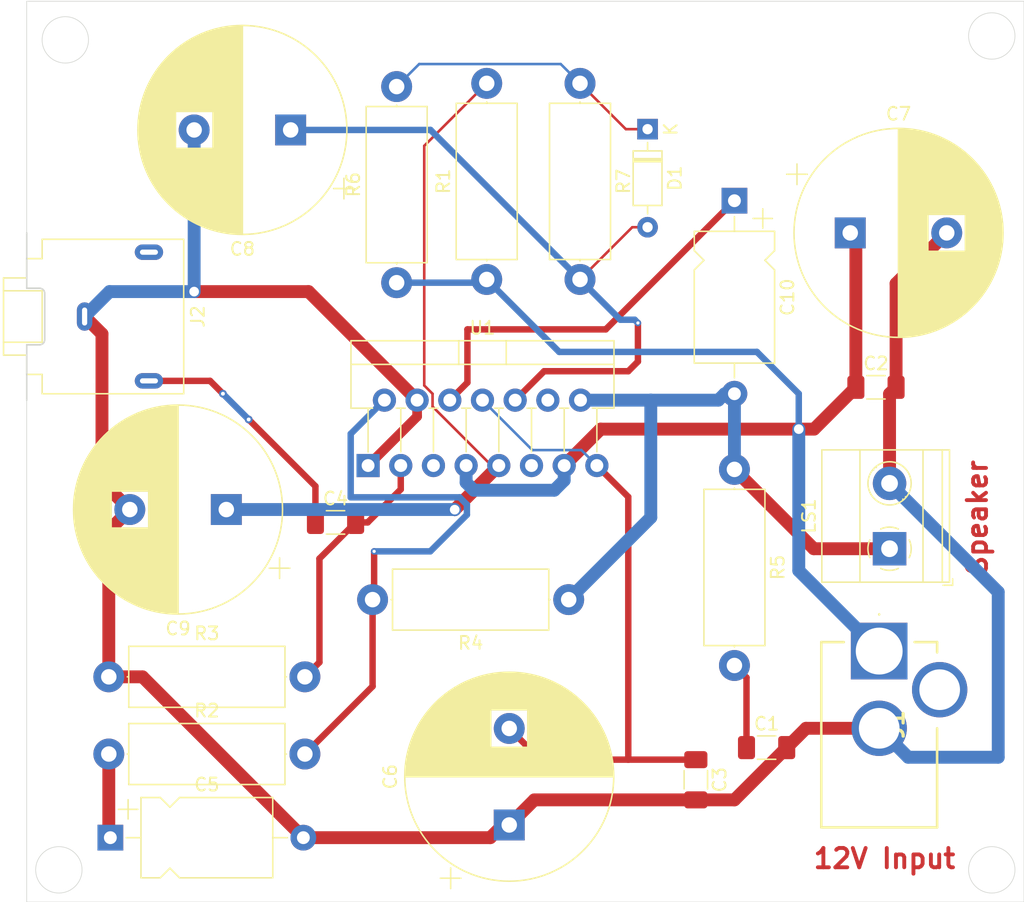
<source format=kicad_pcb>
(kicad_pcb (version 20240108) (generator "pcbnew") (generator_version "8.0")
  (layers (0 "F.Cu" signal) (31 "B.Cu" signal) (34 "B.Paste" user) (35 "F.Paste" user) (36 "B.SilkS" user "B.Silkscreen") (37 "F.SilkS" user "F.Silkscreen") (38 "B.Mask" user) (39 "F.Mask" user) (44 "Edge.Cuts" user))
  (net 0 "")
  (net 1 "GND")
  (net 2 "Net-(C1-Pad1)")
  (net 3 "Net-(J1-Ext)")
  (net 4 "Net-(C4-Pad1)")
  (net 5 "Net-(U1-+)")
  (net 6 "Net-(J1-In)")
  (net 7 "Net-(C5-Pad1)")
  (net 8 "Net-(D1-A)")
  (net 9 "Net-(U1-STBY)")
  (net 10 "Net-(C10-Pad2)")
  (net 11 "Net-(U1-BOOT)")
  (net 12 "Net-(D1-K)")
  (net 13 "Net-(U1--)")
  (footprint "Resistor_THT:R_Axial_DIN0414_L11.9mm_D4.5mm_P15.24mm_Horizontal" (layer "F.Cu") (at 113.75 80.87 90)
    (property "Reference" "R6" (at 7.62 -3.37 -90) (layer "F.SilkS"))
    (property "Value" "10k")
    (pad "1" thru_hole circle (at 0 0 90) (size 2.4 2.4) (drill 1.2) (layers "*.Cu" "*.Mask") (net 6 "Net-(J1-In)"))
    (pad "2" thru_hole oval (at 15.24 0 90) (size 2.4 2.4) (drill 1.2) (layers "*.Cu" "*.Mask") (net 12 "Net-(D1-K)"))
  )
  (footprint "Resistor_THT:R_Axial_DIN0414_L11.9mm_D4.5mm_P15.24mm_Horizontal" (layer "F.Cu") (at 120.75 80.62 90)
    (property "Reference" "R1" (at 7.62 -3.37 -90) (layer "F.SilkS"))
    (property "Value" "22k")
    (pad "1" thru_hole circle (at 0 0 90) (size 2.4 2.4) (drill 1.2) (layers "*.Cu" "*.Mask") (net 6 "Net-(J1-In)"))
    (pad "2" thru_hole oval (at 15.24 0 90) (size 2.4 2.4) (drill 1.2) (layers "*.Cu" "*.Mask") (net 9 "Net-(U1-STBY)"))
  )
  (footprint "Resistor_THT:R_Axial_DIN0414_L11.9mm_D4.5mm_P15.24mm_Horizontal" (layer "F.Cu") (at 140 95.38 -90)
    (property "Reference" "R5" (at 7.62 -3.37 90) (layer "F.SilkS"))
    (property "Value" "R2.2")
    (pad "1" thru_hole circle (at 0 0 270) (size 2.4 2.4) (drill 1.2) (layers "*.Cu" "*.Mask") (net 10 "Net-(C10-Pad2)"))
    (pad "2" thru_hole oval (at 15.24 0 270) (size 2.4 2.4) (drill 1.2) (layers "*.Cu" "*.Mask") (net 2 "Net-(C1-Pad1)"))
  )
  (footprint "Connector_Audio:Jack_3.5mm_CUI_SJ1-3523N_Horizontal" (layer "F.Cu") (at 89.5 83.5 -90)
    (property "Reference" "J2" (at 0 -8.8 90) (layer "F.SilkS"))
    (property "Value" "AudioJack3")
    (fp_line (start -2.2 4.5) (end -6.5 4.5) (stroke (width 0.12)) (layer "Edge.Cuts"))
    (fp_line (start 2.2 4.5) (end 6.5 4.5) (stroke (width 0.12)) (layer "Edge.Cuts"))
    (fp_line (start -2.2 3.5) (end -2.2 4.5) (stroke (width 0.12)) (layer "Edge.Cuts"))
    (fp_line (start 2.2 3.5) (end 2.2 4.5) (stroke (width 0.12)) (layer "Edge.Cuts"))
    (fp_line (start 1.8 3.1) (end -1.8 3.1) (stroke (width 0.12)) (layer "Edge.Cuts"))
    (fp_arc (start -2.2 3.5) (mid -2.082842 3.217158) (end -1.8 3.1) (stroke (width 0.12)) (layer "Edge.Cuts"))
    (fp_arc (start 1.8 3.1) (mid 2.082843 3.217157) (end 2.2 3.5) (stroke (width 0.12)) (layer "Edge.Cuts"))
    (pad "" np_thru_hole circle (at -5 0 270) (size 1.2 1.2) (drill 1.2) (layers "F&B.Cu" "*.Mask"))
    (pad "" np_thru_hole circle (at -5 2.5 270) (size 1.2 1.2) (drill 1.2) (layers "F&B.Cu" "*.Mask"))
    (pad "" np_thru_hole circle (at 0 -5 270) (size 1.2 1.2) (drill 1.2) (layers "F&B.Cu" "*.Mask"))
    (pad "" np_thru_hole circle (at 5 0 270) (size 1.2 1.2) (drill 1.2) (layers "F&B.Cu" "*.Mask"))
    (pad "" np_thru_hole circle (at 5 2.5 270) (size 1.2 1.2) (drill 1.2) (layers "F&B.Cu" "*.Mask"))
    (pad "R" thru_hole oval (at -5 -5 270) (size 1.2 2.2) (drill oval 0.4 1.4) (layers "*.Cu" "*.Mask") (net 4 "Net-(C4-Pad1)"))
    (pad "S" thru_hole oval (at 0 0 270) (size 2.2 1.2) (drill oval 1.4 0.4) (layers "*.Cu" "*.Mask") (net 1 "GND"))
    (pad "T" thru_hole oval (at 5 -5 90) (size 1.2 2.2) (drill oval 0.4 1.4) (layers "*.Cu" "*.Mask") (net 4 "Net-(C4-Pad1)"))
  )
  (footprint "Capacitor_THT:CP_Radial_D16.0mm_P7.50mm" (layer "F.Cu") (at 149 77)
    (property "Reference" "C7" (at 3.75 -9.25 0) (layer "F.SilkS"))
    (property "Value" "1000µ")
    (pad "1" thru_hole rect (at 0 0) (size 2.4 2.4) (drill 1.2) (layers "*.Cu" "*.Mask") (net 6 "Net-(J1-In)"))
    (pad "2" thru_hole circle (at 7.5 0) (size 2.4 2.4) (drill 1.2) (layers "*.Cu" "*.Mask") (net 1 "GND"))
  )
  (footprint "Diode_THT:D_DO-35_SOD27_P7.62mm_Horizontal" (layer "F.Cu") (at 133.25 68.94 -90)
    (property "Reference" "D1" (at 3.81 -2.12 90) (layer "F.SilkS"))
    (property "Value" "1N4148")
    (fp_text user "K" (at 0 -1.8 90) (layer "F.SilkS"))
    (pad "1" thru_hole rect (at 0 0 270) (size 1.6 1.6) (drill 0.8) (layers "*.Cu" "*.Mask") (net 12 "Net-(D1-K)"))
    (pad "2" thru_hole oval (at 7.62 0 270) (size 1.6 1.6) (drill 0.8) (layers "*.Cu" "*.Mask") (net 8 "Net-(D1-A)"))
  )
  (footprint "Capacitor_SMD:C_1206_3216Metric_Pad1.33x1.80mm_HandSolder" (layer "F.Cu") (at 142.5 117)
    (property "Reference" "C1" (at 0 -1.85 0) (layer "F.SilkS"))
    (property "Value" "100N" (hide yes))
    (pad "1" smd roundrect (at -1.5625 0) (size 1.325 1.8) (layers "F.Cu" "F.Paste" "F.Mask") (roundrect_rratio 0.188679) (net 2 "Net-(C1-Pad1)"))
    (pad "2" smd roundrect (at 1.5625 0) (size 1.325 1.8) (layers "F.Cu" "F.Paste" "F.Mask") (roundrect_rratio 0.188679) (net 1 "GND"))
  )
  (footprint "Capacitor_THT:CP_Radial_D16.0mm_P7.50mm" (layer "F.Cu") (at 100.512755 98.5 180)
    (property "Reference" "C9" (at 3.75 -9.25 180) (layer "F.SilkS"))
    (property "Value" "10µ")
    (pad "1" thru_hole rect (at 0 0 180) (size 2.4 2.4) (drill 1.2) (layers "*.Cu" "*.Mask") (net 9 "Net-(U1-STBY)"))
    (pad "2" thru_hole circle (at 7.5 0 180) (size 2.4 2.4) (drill 1.2) (layers "*.Cu" "*.Mask") (net 1 "GND"))
  )
  (footprint "Capacitor_THT:CP_Radial_D16.0mm_P7.50mm" (layer "F.Cu") (at 122.5 123.012755 90)
    (property "Reference" "C6" (at 3.75 -9.25 -90) (layer "F.SilkS"))
    (property "Value" "1000µ")
    (pad "1" thru_hole rect (at 0 0 90) (size 2.4 2.4) (drill 1.2) (layers "*.Cu" "*.Mask") (net 1 "GND"))
    (pad "2" thru_hole circle (at 7.5 0 90) (size 2.4 2.4) (drill 1.2) (layers "*.Cu" "*.Mask") (net 3 "Net-(J1-Ext)"))
  )
  (footprint "Capacitor_SMD:C_1206_3216Metric_Pad1.33x1.80mm_HandSolder" (layer "F.Cu") (at 151 89)
    (property "Reference" "C2" (at 0 -1.85 0) (layer "F.SilkS"))
    (property "Value" "100N")
    (pad "1" smd roundrect (at -1.5625 0) (size 1.325 1.8) (layers "F.Cu" "F.Paste" "F.Mask") (roundrect_rratio 0.188679) (net 6 "Net-(J1-In)"))
    (pad "2" smd roundrect (at 1.5625 0) (size 1.325 1.8) (layers "F.Cu" "F.Paste" "F.Mask") (roundrect_rratio 0.188679) (net 1 "GND"))
  )
  (footprint "Capacitor_SMD:C_1206_3216Metric_Pad1.33x1.80mm_HandSolder" (layer "F.Cu") (at 137 119.5 -90)
    (property "Reference" "C3" (at 0 -1.85 90) (layer "F.SilkS"))
    (property "Value" "100N")
    (pad "1" smd roundrect (at -1.5625 0 270) (size 1.325 1.8) (layers "F.Cu" "F.Paste" "F.Mask") (roundrect_rratio 0.188679) (net 3 "Net-(J1-Ext)"))
    (pad "2" smd roundrect (at 1.5625 0 270) (size 1.325 1.8) (layers "F.Cu" "F.Paste" "F.Mask") (roundrect_rratio 0.188679) (net 1 "GND"))
  )
  (footprint "Capacitor_THT:CP_Axial_L10.0mm_D6.0mm_P15.00mm_Horizontal" (layer "F.Cu") (at 91.5 124)
    (property "Reference" "C5" (at 7.5 -4.12 0) (layer "F.SilkS"))
    (property "Value" "22µ")
    (pad "1" thru_hole rect (at 0 0) (size 2 2) (drill 1) (layers "*.Cu" "*.Mask") (net 7 "Net-(C5-Pad1)"))
    (pad "2" thru_hole oval (at 15 0) (size 2 2) (drill 1) (layers "*.Cu" "*.Mask") (net 1 "GND"))
  )
  (footprint "Package_TO_SOT_THT:TO-220-15_P2.54x2.54mm_StaggerOdd_Lead4.58mm_Vertical" (layer "F.Cu") (at 111.53 95.08)
    (property "Reference" "U1" (at 8.89 -10.7 0) (layer "F.SilkS"))
    (property "Value" "TDA7294")
    (pad "1" thru_hole rect (at 0 0) (size 1.8 1.8) (drill 1) (layers "*.Cu" "*.Mask") (net 1 "GND"))
    (pad "2" thru_hole oval (at 1.27 -5.08) (size 1.8 1.8) (drill 1) (layers "*.Cu" "*.Mask") (net 13 "Net-(U1--)"))
    (pad "3" thru_hole oval (at 2.54 0) (size 1.8 1.8) (drill 1) (layers "*.Cu" "*.Mask") (net 5 "Net-(U1-+)"))
    (pad "4" thru_hole oval (at 3.81 -5.08) (size 1.8 1.8) (drill 1) (layers "*.Cu" "*.Mask") (net 1 "GND"))
    (pad "5" thru_hole oval (at 5.08 0) (size 1.8 1.8) (drill 1) (layers "*.Cu" "*.Mask"))
    (pad "6" thru_hole oval (at 6.35 -5.08) (size 1.8 1.8) (drill 1) (layers "*.Cu" "*.Mask") (net 11 "Net-(U1-BOOT)"))
    (pad "7" thru_hole oval (at 7.62 0) (size 1.8 1.8) (drill 1) (layers "*.Cu" "*.Mask") (net 6 "Net-(J1-In)"))
    (pad "8" thru_hole oval (at 8.89 -5.08) (size 1.8 1.8) (drill 1) (layers "*.Cu" "*.Mask") (net 3 "Net-(J1-Ext)"))
    (pad "9" thru_hole oval (at 10.16 0) (size 1.8 1.8) (drill 1) (layers "*.Cu" "*.Mask") (net 9 "Net-(U1-STBY)"))
    (pad "10" thru_hole oval (at 11.43 -5.08) (size 1.8 1.8) (drill 1) (layers "*.Cu" "*.Mask") (net 8 "Net-(D1-A)"))
    (pad "11" thru_hole oval (at 12.7 0) (size 1.8 1.8) (drill 1) (layers "*.Cu" "*.Mask"))
    (pad "12" thru_hole oval (at 13.97 -5.08) (size 1.8 1.8) (drill 1) (layers "*.Cu" "*.Mask"))
    (pad "13" thru_hole oval (at 15.24 0) (size 1.8 1.8) (drill 1) (layers "*.Cu" "*.Mask") (net 6 "Net-(J1-In)"))
    (pad "14" thru_hole oval (at 16.51 -5.08) (size 1.8 1.8) (drill 1) (layers "*.Cu" "*.Mask") (net 10 "Net-(C10-Pad2)"))
    (pad "15" thru_hole oval (at 17.78 0) (size 1.8 1.8) (drill 1) (layers "*.Cu" "*.Mask") (net 3 "Net-(J1-Ext)"))
  )
  (footprint "Resistor_THT:R_Axial_DIN0414_L11.9mm_D4.5mm_P15.24mm_Horizontal" (layer "F.Cu") (at 128 65.38 -90)
    (property "Reference" "R7" (at 7.62 -3.37 90) (layer "F.SilkS"))
    (property "Value" "33k")
    (pad "1" thru_hole circle (at 0 0 270) (size 2.4 2.4) (drill 1.2) (layers "*.Cu" "*.Mask") (net 12 "Net-(D1-K)"))
    (pad "2" thru_hole oval (at 15.24 0 270) (size 2.4 2.4) (drill 1.2) (layers "*.Cu" "*.Mask") (net 8 "Net-(D1-A)"))
  )
  (footprint "Resistor_THT:R_Axial_DIN0414_L11.9mm_D4.5mm_P15.24mm_Horizontal" (layer "F.Cu") (at 91.38 111.5)
    (property "Reference" "R3" (at 7.62 -3.37 0) (layer "F.SilkS"))
    (property "Value" "22k")
    (pad "1" thru_hole circle (at 0 0) (size 2.4 2.4) (drill 1.2) (layers "*.Cu" "*.Mask") (net 1 "GND"))
    (pad "2" thru_hole oval (at 15.24 0) (size 2.4 2.4) (drill 1.2) (layers "*.Cu" "*.Mask") (net 5 "Net-(U1-+)"))
  )
  (footprint "Capacitor_SMD:C_1206_3216Metric_Pad1.33x1.80mm_HandSolder" (layer "F.Cu") (at 109 99.5)
    (property "Reference" "C4" (at 0 -1.85 360) (layer "F.SilkS"))
    (property "Value" "470N")
    (pad "1" smd roundrect (at -1.5625 0) (size 1.325 1.8) (layers "F.Cu" "F.Paste" "F.Mask") (roundrect_rratio 0.188679) (net 4 "Net-(C4-Pad1)"))
    (pad "2" smd roundrect (at 1.5625 0) (size 1.325 1.8) (layers "F.Cu" "F.Paste" "F.Mask") (roundrect_rratio 0.188679) (net 5 "Net-(U1-+)"))
  )
  (footprint "KiCad:PJ202AH" (layer "F.Cu") (at 151.25 109.5 -90)
    (property "Reference" "J1" (at 5.7 -1.285 90) (layer "F.SilkS") (effects (font (size 1.27 1.27) (thickness 0.254))))
    (property "Value" "Conn_Coaxial_Power" (hide yes))
    (pad "1" thru_hole rect (at 0 0 270) (size 4.4 4.4) (drill 3.64) (layers "*.Cu" "*.Mask") (net 6 "Net-(J1-In)"))
    (pad "2" thru_hole circle (at 6 0 270) (size 4.3 4.3) (drill 3.16) (layers "*.Cu" "*.Mask") (net 1 "GND"))
    (pad "3" thru_hole circle (at 3 -4.7 270) (size 4.3 4.3) (drill 3.16) (layers "*.Cu" "*.Mask"))
  )
  (footprint "Capacitor_THT:CP_Radial_D16.0mm_P7.50mm" (layer "F.Cu") (at 105.512755 69 180)
    (property "Reference" "C8" (at 3.75 -9.25 180) (layer "F.SilkS"))
    (property "Value" "10µ")
    (pad "1" thru_hole rect (at 0 0 180) (size 2.4 2.4) (drill 1.2) (layers "*.Cu" "*.Mask") (net 8 "Net-(D1-A)"))
    (pad "2" thru_hole circle (at 7.5 0 180) (size 2.4 2.4) (drill 1.2) (layers "*.Cu" "*.Mask") (net 1 "GND"))
  )
  (footprint "TerminalBlock_Phoenix:TerminalBlock_Phoenix_MKDS-1,5-2-5.08_1x02_P5.08mm_Horizontal" (layer "F.Cu") (at 152.055 101.545 90)
    (property "Reference" "LS1" (at 2.54 -6.26 -90) (layer "F.SilkS"))
    (property "Value" "Speaker")
    (pad "1" thru_hole rect (at 0 0 90) (size 2.6 2.6) (drill 1.3) (layers "*.Cu" "*.Mask") (net 10 "Net-(C10-Pad2)"))
    (pad "2" thru_hole circle (at 5.08 0 90) (size 2.6 2.6) (drill 1.3) (layers "*.Cu" "*.Mask") (net 1 "GND"))
  )
  (footprint "Capacitor_THT:CP_Axial_L10.0mm_D6.0mm_P15.00mm_Horizontal" (layer "F.Cu") (at 140 74.5 -90)
    (property "Reference" "C10" (at 7.5 -4.12 90) (layer "F.SilkS"))
    (property "Value" "22µ")
    (pad "1" thru_hole rect (at 0 0 270) (size 2 2) (drill 1) (layers "*.Cu" "*.Mask") (net 11 "Net-(U1-BOOT)"))
    (pad "2" thru_hole oval (at 15 0 270) (size 2 2) (drill 1) (layers "*.Cu" "*.Mask") (net 10 "Net-(C10-Pad2)"))
  )
  (footprint "Resistor_THT:R_Axial_DIN0414_L11.9mm_D4.5mm_P15.24mm_Horizontal" (layer "F.Cu") (at 127.12 105.5 180)
    (property "Reference" "R4" (at 7.62 -3.37 180) (layer "F.SilkS"))
    (property "Value" "22k")
    (pad "1" thru_hole circle (at 0 0 180) (size 2.4 2.4) (drill 1.2) (layers "*.Cu" "*.Mask") (net 10 "Net-(C10-Pad2)"))
    (pad "2" thru_hole oval (at 15.24 0 180) (size 2.4 2.4) (drill 1.2) (layers "*.Cu" "*.Mask") (net 13 "Net-(U1--)"))
  )
  (footprint "Resistor_THT:R_Axial_DIN0414_L11.9mm_D4.5mm_P15.24mm_Horizontal" (layer "F.Cu") (at 91.38 117.5)
    (property "Reference" "R2" (at 7.62 -3.37 0) (layer "F.SilkS"))
    (property "Value" "R680")
    (pad "1" thru_hole circle (at 0 0) (size 2.4 2.4) (drill 1.2) (layers "*.Cu" "*.Mask") (net 7 "Net-(C5-Pad1)"))
    (pad "2" thru_hole oval (at 15.24 0) (size 2.4 2.4) (drill 1.2) (layers "*.Cu" "*.Mask") (net 13 "Net-(U1--)"))
  )
  (gr_line (start 162.5 59) (end 162.5 129) (stroke (width 0.05)) (layer "Edge.Cuts"))
  (gr_circle (center 88 62) (end 86.5 63) (stroke (width 0.05)) (fill none) (layer "Edge.Cuts"))
  (gr_circle (center 160 126.5) (end 158.5 127.5) (stroke (width 0.05)) (fill none) (layer "Edge.Cuts"))
  (gr_line (start 85 129) (end 85 90) (stroke (width 0.05)) (layer "Edge.Cuts"))
  (gr_line (start 85 59) (end 162.5 59) (stroke (width 0.05)) (layer "Edge.Cuts"))
  (gr_line (start 162.5 129) (end 85 129) (stroke (width 0.05)) (layer "Edge.Cuts"))
  (gr_circle (center 160 61.697225) (end 158.5 62.697225) (stroke (width 0.05)) (fill none) (layer "Edge.Cuts"))
  (gr_line (start 85 77) (end 85 59) (stroke (width 0.05)) (layer "Edge.Cuts"))
  (gr_circle (center 87.5 126.5) (end 86 127.5) (stroke (width 0.05)) (fill none) (layer "Edge.Cuts"))
  (gr_text "Speaker" (at 159.75 103.75 90) (layer "F.Cu") (effects (font (size 1.5 1.5) (thickness 0.3) (bold yes)) (justify left bottom)))
  (gr_text "12V Input" (at 146 126.5 0) (layer "F.Cu") (effects (font (size 1.5 1.5) (thickness 0.3) (bold yes)) (justify left bottom)))
  (segment (start 106.902755 81.562755) (end 98.012755 81.562755) (width 1) (layer "F.Cu") (net 1))
  (segment (start 121.02551 124) (end 106.5 124) (width 1) (layer "F.Cu") (net 1))
  (segment (start 115.34 91.27) (end 111.53 95.08) (width 0.75) (layer "F.Cu") (net 1))
  (segment (start 140 121.0625) (end 144.0625 117) (width 1) (layer "F.Cu") (net 1))
  (segment (start 152.5625 89) (end 152.5625 80.9375) (width 1) (layer "F.Cu") (net 1))
  (segment (start 106.5 124) (end 94 111.5) (width 1) (layer "F.Cu") (net 1))
  (segment (start 115.34 90) (end 115.34 91.27) (width 0.75) (layer "F.Cu") (net 1))
  (segment (start 90.85 84.85) (end 90.85 96.337245) (width 1) (layer "F.Cu") (net 1))
  (segment (start 152.055 96.465) (end 152.055 89.5075) (width 1) (layer "F.Cu") (net 1))
  (segment (start 111.11 95.5) (end 111.53 95.08) (width 0.2) (layer "F.Cu") (net 1))
  (segment (start 90.85 96.337245) (end 93.012755 98.5) (width 1) (layer "F.Cu") (net 1))
  (segment (start 89.5 83.5) (end 90.85 84.85) (width 1) (layer "F.Cu") (net 1))
  (segment (start 152.5625 80.9375) (end 156.5 77) (width 1) (layer "F.Cu") (net 1))
  (segment (start 115.34 90) (end 106.902755 81.562755) (width 1) (layer "F.Cu") (net 1))
  (segment (start 137 121.0625) (end 140 121.0625) (width 1) (layer "F.Cu") (net 1))
  (segment (start 137 121.0625) (end 124.450255 121.0625) (width 1) (layer "F.Cu") (net 1))
  (segment (start 145.5625 115.5) (end 144.0625 117) (width 1) (layer "F.Cu") (net 1))
  (segment (start 124.450255 121.0625) (end 122.5 123.012755) (width 1) (layer "F.Cu") (net 1))
  (segment (start 122.012755 123.012755) (end 121.02551 124) (width 1) (layer "F.Cu") (net 1))
  (segment (start 91.38 100.132755) (end 93.012755 98.5) (width 1) (layer "F.Cu") (net 1))
  (segment (start 91.38 111.5) (end 91.38 100.132755) (width 1) (layer "F.Cu") (net 1))
  (segment (start 122.5 123.012755) (end 122.012755 123.012755) (width 1) (layer "F.Cu") (net 1))
  (segment (start 152.055 89.5075) (end 152.5625 89) (width 1) (layer "F.Cu") (net 1))
  (segment (start 94 111.5) (end 91.38 111.5) (width 1) (layer "F.Cu") (net 1))
  (segment (start 151.25 115.5) (end 145.5625 115.5) (width 1) (layer "F.Cu") (net 1))
  (via (at 98.012755 81.562755) (size 1) (drill 0.75) (layers "F.Cu" "B.Cu") (net 1))
  (segment (start 98.012755 69) (end 98.012755 81.562755) (width 1) (layer "B.Cu") (net 1))
  (segment (start 91.437245 81.562755) (end 98.012755 81.562755) (width 1) (layer "B.Cu") (net 1))
  (segment (start 89.5 83.5) (end 91.437245 81.562755) (width 1) (layer "B.Cu") (net 1))
  (segment (start 160.5 117.75) (end 160.5 104.91) (width 1) (layer "B.Cu") (net 1))
  (segment (start 160.5 104.91) (end 152.055 96.465) (width 1) (layer "B.Cu") (net 1))
  (segment (start 151.25 115.5) (end 153.5 117.75) (width 1) (layer "B.Cu") (net 1))
  (segment (start 153.5 117.75) (end 160.5 117.75) (width 1) (layer "B.Cu") (net 1))
  (segment (start 140.9375 117) (end 140.9375 111.5575) (width 0.5) (layer "F.Cu") (net 2))
  (segment (start 140.9375 111.5575) (end 140 110.62) (width 0.5) (layer "F.Cu") (net 2))
  (segment (start 137 117.9375) (end 131.75 117.9375) (width 0.5) (layer "F.Cu") (net 3))
  (segment (start 131.75 117.9375) (end 124.924745 117.9375) (width 0.5) (layer "F.Cu") (net 3))
  (segment (start 124.924745 117.9375) (end 122.5 115.512755) (width 0.5) (layer "F.Cu") (net 3))
  (segment (start 131.75 97.52) (end 129.31 95.08) (width 0.5) (layer "F.Cu") (net 3))
  (segment (start 131.75 117.9375) (end 131.75 97.52) (width 0.5) (layer "F.Cu") (net 3))
  (segment (start 129.31 95.08) (end 128.11 93.88) (width 0.2) (layer "B.Cu") (net 3))
  (segment (start 128.11 93.88) (end 124.3 93.88) (width 0.2) (layer "B.Cu") (net 3))
  (segment (start 124.3 93.88) (end 120.42 90) (width 0.2) (layer "B.Cu") (net 3))
  (segment (start 107.4375 99.5) (end 107.4375 96.6875) (width 0.5) (layer "F.Cu") (net 4))
  (segment (start 95 88.5) (end 94.5 88.5) (width 0.25) (layer "F.Cu") (net 4))
  (segment (start 107.4375 96.6875) (end 102.25 91.5) (width 0.5) (layer "F.Cu") (net 4))
  (segment (start 100.25 89.5) (end 99.25 88.5) (width 0.5) (layer "F.Cu") (net 4))
  (segment (start 99.25 88.5) (end 94.5 88.5) (width 0.5) (layer "F.Cu") (net 4))
  (via (at 100.25 89.5) (size 0.6) (drill 0.3) (layers "F.Cu" "B.Cu") (net 4))
  (via (at 102.25 91.5) (size 0.6) (drill 0.3) (layers "F.Cu" "B.Cu") (net 4))
  (segment (start 102.25 91.5) (end 100.25 89.5) (width 0.5) (layer "B.Cu") (net 4))
  (segment (start 107.75 102.3125) (end 110.5625 99.5) (width 0.5) (layer "F.Cu") (net 5))
  (segment (start 107.75 110.37) (end 107.75 102.3125) (width 0.5) (layer "F.Cu") (net 5))
  (segment (start 114.07 96.93) (end 111.5 99.5) (width 0.5) (layer "F.Cu") (net 5))
  (segment (start 111.5 99.5) (end 110.5625 99.5) (width 0.5) (layer "F.Cu") (net 5))
  (segment (start 114.07 95.08) (end 114.07 96.93) (width 0.5) (layer "F.Cu") (net 5))
  (segment (start 107.75 110.37) (end 106.62 111.5) (width 0.5) (layer "F.Cu") (net 5))
  (segment (start 146.1875 92.25) (end 149.4375 89) (width 1) (layer "F.Cu") (net 6))
  (segment (start 129.6 92.25) (end 126.77 95.08) (width 1) (layer "F.Cu") (net 6))
  (segment (start 146.1875 92.25) (end 145 92.25) (width 1) (layer "F.Cu") (net 6))
  (segment (start 149.4375 89) (end 149.4375 77.4375) (width 1) (layer "F.Cu") (net 6))
  (segment (start 145 92.25) (end 129.6 92.25) (width 1) (layer "F.Cu") (net 6))
  (segment (start 149.4375 77.4375) (end 149 77) (width 1) (layer "F.Cu") (net 6))
  (via (at 145 92.25) (size 1) (drill 0.75) (layers "F.Cu" "B.Cu") (net 6))
  (segment (start 113.75 80.87) (end 120.5 80.87) (width 0.5) (layer "B.Cu") (net 6))
  (segment (start 120.5 80.87) (end 120.75 80.62) (width 0.5) (layer "B.Cu") (net 6))
  (segment (start 119.15 95.08) (end 119.15 96.4) (width 1) (layer "B.Cu") (net 6))
  (segment (start 145 103.25) (end 145 92.25) (width 1) (layer "B.Cu") (net 6))
  (segment (start 126.77 96.23) (end 126.77 95.08) (width 1) (layer "B.Cu") (net 6))
  (segment (start 126.38 86.25) (end 141.75 86.25) (width 0.5) (layer "B.Cu") (net 6))
  (segment (start 126 97) (end 119.75 97) (width 1) (layer "B.Cu") (net 6))
  (segment (start 141.75 86.25) (end 145 89.5) (width 0.5) (layer "B.Cu") (net 6))
  (segment (start 120.743528 81.006472) (end 120.737057 81) (width 0.2) (layer "B.Cu") (net 6))
  (segment (start 120.743528 81.006472) (end 120.607056 80.87) (width 0.2) (layer "B.Cu") (net 6))
  (segment (start 145 89.5) (end 145 92.25) (width 0.5) (layer "B.Cu") (net 6))
  (segment (start 126 97) (end 126.77 96.23) (width 1) (layer "B.Cu") (net 6))
  (segment (start 120.75 80.62) (end 126.38 86.25) (width 0.5) (layer "B.Cu") (net 6))
  (segment (start 151.25 109.5) (end 145 103.25) (width 1) (layer "B.Cu") (net 6))
  (segment (start 119.15 96.4) (end 119.75 97) (width 1) (layer "B.Cu") (net 6))
  (segment (start 91.38 117.5) (end 91.38 123.88) (width 1) (layer "F.Cu") (net 7))
  (segment (start 91.38 123.88) (end 91.5 124) (width 1) (layer "F.Cu") (net 7))
  (segment (start 91.5 124) (end 91.5 123.5) (width 0.2) (layer "B.Cu") (net 7))
  (segment (start 91.5 123.5) (end 91.38 123.38) (width 0.2) (layer "B.Cu") (net 7))
  (segment (start 132.5 87) (end 132.5 84) (width 0.5) (layer "F.Cu") (net 8))
  (segment (start 128 80.62) (end 132.06 76.56) (width 0.2) (layer "F.Cu") (net 8))
  (segment (start 131.75 87.75) (end 132.5 87) (width 0.5) (layer "F.Cu") (net 8))
  (segment (start 125.21 87.75) (end 131.75 87.75) (width 0.5) (layer "F.Cu") (net 8))
  (segment (start 122.96 90) (end 125.21 87.75) (width 0.5) (layer "F.Cu") (net 8))
  (segment (start 132.06 76.56) (end 133.25 76.56) (width 0.2) (layer "F.Cu") (net 8))
  (via (at 132.5 84) (size 0.5) (drill 0.25) (layers "F.Cu" "B.Cu") (net 8))
  (segment (start 116.38 69) (end 128 80.62) (width 0.5) (layer "B.Cu") (net 8))
  (segment (start 105.512755 69) (end 116.38 69) (width 0.5) (layer "B.Cu") (net 8))
  (segment (start 132.25 83.75) (end 131.13 83.75) (width 0.5) (layer "B.Cu") (net 8))
  (segment (start 132.5 84) (end 132.25 83.75) (width 0.5) (layer "B.Cu") (net 8))
  (segment (start 131.13 83.75) (end 128 80.62) (width 0.5) (layer "B.Cu") (net 8))
  (segment (start 115.893529 70.236471) (end 115.893529 86) (width 0.2) (layer "F.Cu") (net 9))
  (segment (start 116.54 90.497057) (end 116.54 89.502943) (width 0.2) (layer "F.Cu") (net 9))
  (segment (start 115.893529 86) (end 115.893529 88.856471) (width 0.2) (layer "F.Cu") (net 9))
  (segment (start 121.122943 95.08) (end 116.54 90.497057) (width 0.2) (layer "F.Cu") (net 9))
  (segment (start 120.75 65.38) (end 115.893529 70.236471) (width 0.2) (layer "F.Cu") (net 9))
  (segment (start 116.54 89.502943) (end 115.893529 88.856471) (width 0.2) (layer "F.Cu") (net 9))
  (segment (start 121.69 95.08) (end 121.122943 95.08) (width 0.2) (layer "F.Cu") (net 9))
  (segment (start 118.26 98.51) (end 121.69 95.08) (width 1) (layer "F.Cu") (net 9))
  (via (at 118.26 98.51) (size 1) (drill 0.75) (layers "F.Cu" "B.Cu") (net 9))
  (segment (start 118.25 98.5) (end 118.26 98.51) (width 1) (layer "B.Cu") (net 9))
  (segment (start 100.512755 98.5) (end 118.25 98.5) (width 1) (layer "B.Cu") (net 9))
  (segment (start 146.165 101.545) (end 140 95.38) (width 1) (layer "F.Cu") (net 10))
  (segment (start 152.055 101.545) (end 146.165 101.545) (width 1) (layer "F.Cu") (net 10))
  (segment (start 140 95.38) (end 140 89.5) (width 1) (layer "B.Cu") (net 10))
  (segment (start 139.25 89.5) (end 138.75 90) (width 1) (layer "B.Cu") (net 10))
  (segment (start 138.75 90) (end 133.5 90) (width 1) (layer "B.Cu") (net 10))
  (segment (start 127.12 105.5) (end 133.5 99.12) (width 1) (layer "B.Cu") (net 10))
  (segment (start 140 89.5) (end 139.25 89.5) (width 1) (layer "B.Cu") (net 10))
  (segment (start 133.5 90) (end 128.04 90) (width 1) (layer "B.Cu") (net 10))
  (segment (start 133.5 99.12) (end 133.5 90) (width 1) (layer "B.Cu") (net 10))
  (segment (start 119.25 84.5) (end 119.25 88.63) (width 0.5) (layer "F.Cu") (net 11))
  (segment (start 140 74.5) (end 130 84.5) (width 0.5) (layer "F.Cu") (net 11))
  (segment (start 119.25 88.63) (end 117.88 90) (width 0.5) (layer "F.Cu") (net 11))
  (segment (start 130 84.5) (end 119.25 84.5) (width 0.5) (layer "F.Cu") (net 11))
  (segment (start 128 65.38) (end 131.56 68.94) (width 0.2) (layer "F.Cu") (net 12))
  (segment (start 127.75 65.63) (end 128 65.38) (width 0.2) (layer "F.Cu") (net 12))
  (segment (start 131.56 68.94) (end 133.25 68.94) (width 0.2) (layer "F.Cu") (net 12))
  (segment (start 126.5 63.88) (end 128 65.38) (width 0.2) (layer "B.Cu") (net 12))
  (segment (start 115.5 63.88) (end 126.5 63.88) (width 0.2) (layer "B.Cu") (net 12))
  (segment (start 113.75 65.63) (end 115.5 63.88) (width 0.2) (layer "B.Cu") (net 12))
  (segment (start 111.88 105.5) (end 111.88 112.24) (width 0.5) (layer "F.Cu") (net 13))
  (segment (start 112 101.75) (end 112 105.38) (width 0.5) (layer "F.Cu") (net 13))
  (segment (start 112 105.38) (end 111.88 105.5) (width 0.5) (layer "F.Cu") (net 13))
  (segment (start 111.88 112.24) (end 106.62 117.5) (width 0.5) (layer "F.Cu") (net 13))
  (via (at 112 101.75) (size 0.5) (drill 0.25) (layers "F.Cu" "B.Cu") (net 13))
  (segment (start 119.21 98.903502) (end 116.363502 101.75) (width 0.5) (layer "B.Cu") (net 13))
  (segment (start 110.18 92.62) (end 110.18 97.55) (width 0.5) (layer "B.Cu") (net 13))
  (segment (start 110.18 97.55) (end 118.643502 97.55) (width 0.5) (layer "B.Cu") (net 13))
  (segment (start 118.643502 97.55) (end 119.21 98.116498) (width 0.5) (layer "B.Cu") (net 13))
  (segment (start 112.8 90) (end 110.18 92.62) (width 0.5) (layer "B.Cu") (net 13))
  (segment (start 119.21 98.116498) (end 119.21 98.903502) (width 0.5) (layer "B.Cu") (net 13))
  (segment (start 116.363502 101.75) (end 112 101.75) (width 0.5) (layer "B.Cu") (net 13))
)
</source>
